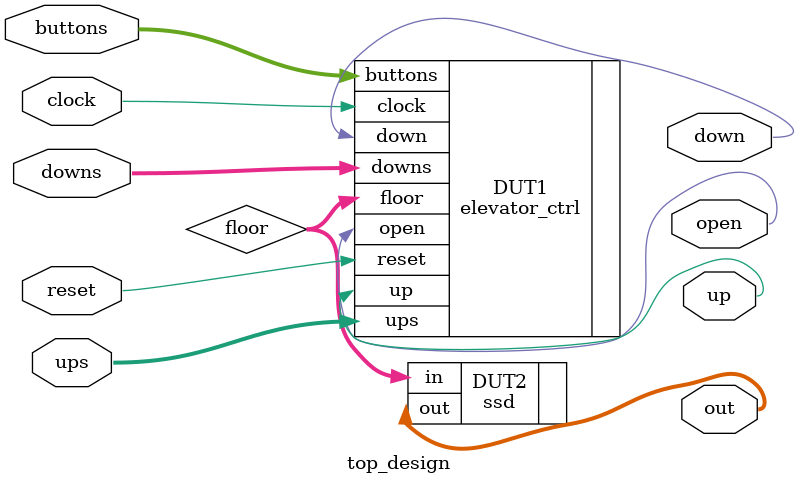
<source format=sv>
module top_design # (
    parameter floor_numbers = 10)
    (
    input logic [floor_numbers-1: 0] buttons,
    input logic [floor_numbers-1: 0] ups,
    input logic [floor_numbers-1: 0] downs,

    input logic reset,
    input logic clock,

    output logic up,
    output logic down,
    output logic open,
    output logic [6: 0] out
);

logic [3: 0] floor;

elevator_ctrl DUT1 (
    .buttons (buttons),
    .ups (ups),
    .downs (downs),

    .reset (reset),
    .clock (clock),

    .up (up),
    .down (down),
    .open (open),
    .floor (floor)
);

ssd DUT2 (
    .in (floor),
    .out (out)
);

endmodule
</source>
